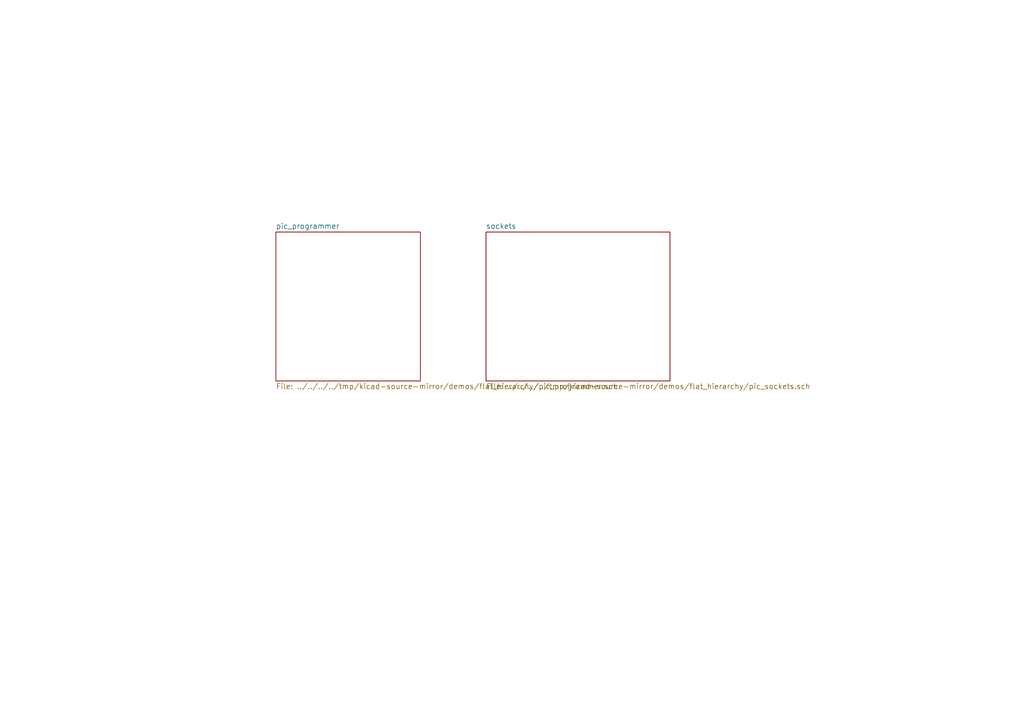
<source format=kicad_sch>
(kicad_sch (version 20230121) (generator eeschema)
  (paper "A4")
  (title_block (date "15 jun 2008") (rev "1"))
  (lib_symbols)
  (sheet (at 80.01 67.31) (size 41.91 43.18)
    (property "Sheetname" "pic_programmer" (at 80.01 66.4714 0) (effects (font (size 1.524 1.524)) (justify left bottom)))
    (property "Sheetfile" "../../../../tmp/kicad-source-mirror/demos/flat_hierarchy/pic_programmer.sch" (at 80.01 111.1762 0) (effects (font (size 1.524 1.524)) (justify left top)))
  )
  (sheet (at 140.97 67.31) (size 53.34 43.18)
    (property "Sheetname" "sockets" (at 140.97 66.4714 0) (effects (font (size 1.524 1.524)) (justify left bottom)))
    (property "Sheetfile" "../../../../tmp/kicad-source-mirror/demos/flat_hierarchy/pic_sockets.sch" (at 140.97 111.1762 0) (effects (font (size 1.524 1.524)) (justify left top)))
  )
)
</source>
